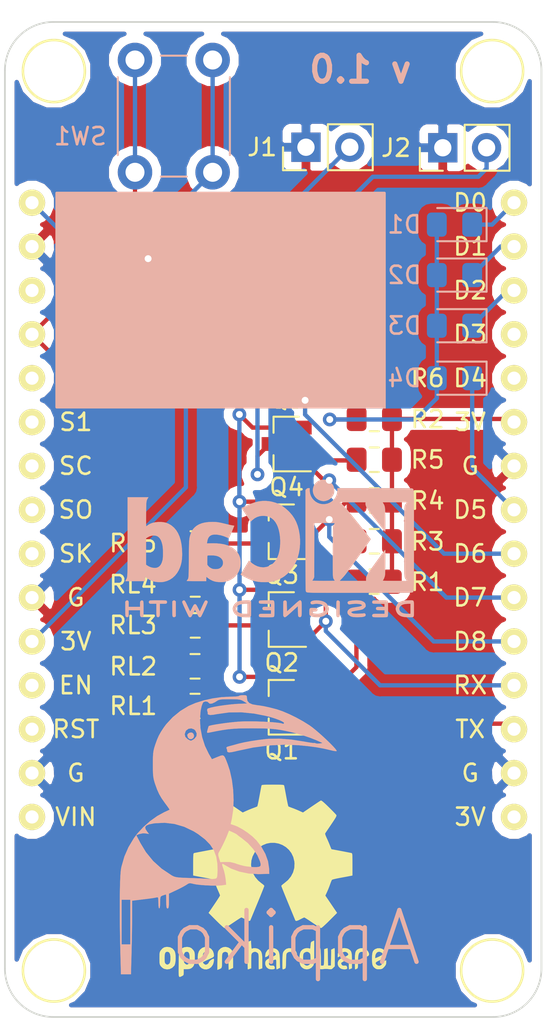
<source format=kicad_pcb>
(kicad_pcb (version 20171130) (host pcbnew "(5.0.2)-1")
  (title_block (title "Measurement of capacity of a battery") (date 2019-06-20) (company Appiko))
  (layers (0 F.Cu signal) (31 B.Cu signal) (34 B.Paste user) (35 F.Paste user) (36 B.SilkS user) (37 F.SilkS user) (38 B.Mask user) (39 F.Mask user) (44 Edge.Cuts user))
  (net 0 "")
  (net 1 /Ctrl1)
  (net 2 /Ctrl2)
  (net 3 /Ctrl3)
  (net 4 /Ctrl4)
  (net 5 "Net-(U1-Pad26)")
  (net 6 "Net-(U1-Pad15)")
  (net 7 GND)
  (net 8 "Net-(U1-Pad13)")
  (net 9 "Net-(U1-Pad12)")
  (net 10 /Vcc)
  (net 11 "Net-(U1-Pad9)")
  (net 12 "Net-(U1-Pad8)")
  (net 13 "Net-(U1-Pad7)")
  (net 14 "Net-(U1-Pad6)")
  (net 15 "Net-(U1-Pad5)")
  (net 16 "Net-(U1-Pad3)")
  (net 17 /Vbat)
  (net 18 "Net-(Q3-Pad3)")
  (net 19 "Net-(Q2-Pad3)")
  (net 20 "Net-(Q1-Pad3)")
  (net 21 "Net-(U1-Pad27)")
  (net 22 /Vin)
  (net 23 "Net-(D1-Pad2)")
  (net 24 /SW)
  (net 25 /En_VD)
  (net 26 /LED2)
  (net 27 /LED1)
  (net 28 /LED3)
  (net 29 /LED4)
  (net 30 "Net-(Q5-Pad3)")
  (net 31 /dut)
  (net 32 "Net-(RL1-Pad2)")
  (net 33 "Net-(R7-Pad2)")
  (module lib_KiCAD:NodeMCU-LoLinV3_without_border (layer F.Cu) (at 28.84 43.18)
    (fp_text reference "" (at 0 0) (layer F.SilkS))
    (fp_text value "NodeMCU1.0(ESP-12E)")
    (fp_text user D0 (at 11.43 -20.32) (layer F.SilkS))
    (fp_text user D1 (at 11.43 -17.78) (layer F.SilkS))
    (fp_text user D2 (at 11.43 -15.24) (layer F.SilkS))
    (fp_text user D3 (at 11.43 -12.7) (layer F.SilkS))
    (fp_text user D4 (at 11.43 -10.16) (layer F.SilkS))
    (fp_text user 3V (at 11.43 -7.62) (layer F.SilkS))
    (fp_text user G (at 11.43 -5.08) (layer F.SilkS))
    (fp_text user D5 (at 11.43 -2.54) (layer F.SilkS))
    (fp_text user D6 (at 11.43 0) (layer F.SilkS))
    (fp_text user D7 (at 11.43 2.54) (layer F.SilkS))
    (fp_text user D8 (at 11.43 5.08) (layer F.SilkS))
    (fp_text user RX (at 11.43 7.62) (layer F.SilkS))
    (fp_text user TX (at 11.43 10.16) (layer F.SilkS))
    (fp_text user G (at 11.43 12.7) (layer F.SilkS))
    (fp_text user 3V (at 11.43 15.24) (layer F.SilkS))
    (fp_text user A0 (at -11.43 -20.32) (layer F.SilkS))
    (fp_text user G (at -11.43 -17.78) (layer F.SilkS))
    (fp_text user VU (at -11.43 -15.24) (layer F.SilkS))
    (fp_text user S3 (at -11.43 -12.7) (layer F.SilkS))
    (fp_text user S2 (at -11.43 -10.16) (layer F.SilkS))
    (fp_text user S1 (at -11.43 -7.62) (layer F.SilkS))
    (fp_text user SC (at -11.43 -5.08) (layer F.SilkS))
    (fp_text user SO (at -11.43 -2.54) (layer F.SilkS))
    (fp_text user SK (at -11.43 0) (layer F.SilkS))
    (fp_text user G (at -11.43 2.54) (layer F.SilkS))
    (fp_text user 3V (at -11.43 5.08) (layer F.SilkS))
    (fp_text user EN (at -11.43 7.62) (layer F.SilkS))
    (fp_text user RST (at -11.43 10.16) (layer F.SilkS))
    (fp_text user G (at -11.43 12.7) (layer F.SilkS))
    (fp_text user VIN (at -11.43 15.24) (layer F.SilkS))
    (pad 30 thru_hole circle (at 13.97 -20.32) (size 1.524 1.524) (drill 0.762) (layers *.Cu *.Mask F.SilkS) (net 27 /LED1))
    (pad 29 thru_hole circle (at 13.97 -17.78) (size 1.524 1.524) (drill 0.762) (layers *.Cu *.Mask F.SilkS) (net 26 /LED2))
    (pad 28 thru_hole circle (at 13.97 -15.24) (size 1.524 1.524) (drill 0.762) (layers *.Cu *.Mask F.SilkS) (net 28 /LED3))
    (pad 27 thru_hole circle (at 13.97 -12.7) (size 1.524 1.524) (drill 0.762) (layers *.Cu *.Mask F.SilkS) (net 21 "Net-(U1-Pad27)"))
    (pad 26 thru_hole circle (at 13.97 -10.16) (size 1.524 1.524) (drill 0.762) (layers *.Cu *.Mask F.SilkS) (net 5 "Net-(U1-Pad26)"))
    (pad 25 thru_hole circle (at 13.97 -7.62) (size 1.524 1.524) (drill 0.762) (layers *.Cu *.Mask F.SilkS) (net 10 /Vcc))
    (pad 24 thru_hole circle (at 13.97 -5.08) (size 1.524 1.524) (drill 0.762) (layers *.Cu *.Mask F.SilkS) (net 7 GND))
    (pad 23 thru_hole circle (at 13.97 -2.54) (size 1.524 1.524) (drill 0.762) (layers *.Cu *.Mask F.SilkS) (net 29 /LED4))
    (pad 22 thru_hole circle (at 13.97 0) (size 1.524 1.524) (drill 0.762) (layers *.Cu *.Mask F.SilkS) (net 25 /En_VD))
    (pad 21 thru_hole circle (at 13.97 2.54) (size 1.524 1.524) (drill 0.762) (layers *.Cu *.Mask F.SilkS) (net 4 /Ctrl4))
    (pad 20 thru_hole circle (at 13.97 5.08) (size 1.524 1.524) (drill 0.762) (layers *.Cu *.Mask F.SilkS) (net 3 /Ctrl3))
    (pad 19 thru_hole circle (at 13.97 7.62) (size 1.524 1.524) (drill 0.762) (layers *.Cu *.Mask F.SilkS) (net 2 /Ctrl2))
    (pad 18 thru_hole circle (at 13.97 10.16) (size 1.524 1.524) (drill 0.762) (layers *.Cu *.Mask F.SilkS) (net 1 /Ctrl1))
    (pad 17 thru_hole circle (at 13.97 12.7) (size 1.524 1.524) (drill 0.762) (layers *.Cu *.Mask F.SilkS) (net 7 GND))
    (pad 16 thru_hole circle (at 13.97 15.24) (size 1.524 1.524) (drill 0.762) (layers *.Cu *.Mask F.SilkS) (net 10 /Vcc))
    (pad 15 thru_hole circle (at -13.97 15.24) (size 1.524 1.524) (drill 0.762) (layers *.Cu *.Mask F.SilkS) (net 6 "Net-(U1-Pad15)"))
    (pad 14 thru_hole circle (at -13.97 12.7) (size 1.524 1.524) (drill 0.762) (layers *.Cu *.Mask F.SilkS) (net 7 GND))
    (pad 13 thru_hole circle (at -13.97 10.16) (size 1.524 1.524) (drill 0.762) (layers *.Cu *.Mask F.SilkS) (net 8 "Net-(U1-Pad13)"))
    (pad 12 thru_hole circle (at -13.97 7.62) (size 1.524 1.524) (drill 0.762) (layers *.Cu *.Mask F.SilkS) (net 9 "Net-(U1-Pad12)"))
    (pad 11 thru_hole circle (at -13.97 5.08) (size 1.524 1.524) (drill 0.762) (layers *.Cu *.Mask F.SilkS) (net 10 /Vcc))
    (pad 10 thru_hole circle (at -13.97 2.54) (size 1.524 1.524) (drill 0.762) (layers *.Cu *.Mask F.SilkS) (net 7 GND))
    (pad 9 thru_hole circle (at -13.97 0) (size 1.524 1.524) (drill 0.762) (layers *.Cu *.Mask F.SilkS) (net 11 "Net-(U1-Pad9)"))
    (pad 8 thru_hole circle (at -13.97 -2.54) (size 1.524 1.524) (drill 0.762) (layers *.Cu *.Mask F.SilkS) (net 12 "Net-(U1-Pad8)"))
    (pad 7 thru_hole circle (at -13.97 -5.08) (size 1.524 1.524) (drill 0.762) (layers *.Cu *.Mask F.SilkS) (net 13 "Net-(U1-Pad7)"))
    (pad 6 thru_hole circle (at -13.97 -7.62) (size 1.524 1.524) (drill 0.762) (layers *.Cu *.Mask F.SilkS) (net 14 "Net-(U1-Pad6)"))
    (pad 5 thru_hole circle (at -13.97 -10.16) (size 1.524 1.524) (drill 0.762) (layers *.Cu *.Mask F.SilkS) (net 15 "Net-(U1-Pad5)"))
    (pad 4 thru_hole circle (at -13.97 -12.7) (size 1.524 1.524) (drill 0.762) (layers *.Cu *.Mask F.SilkS) (net 24 /SW))
    (pad 3 thru_hole circle (at -13.97 -15.24) (size 1.524 1.524) (drill 0.762) (layers *.Cu *.Mask F.SilkS) (net 16 "Net-(U1-Pad3)"))
    (pad 2 thru_hole circle (at -13.97 -17.78) (size 1.524 1.524) (drill 0.762) (layers *.Cu *.Mask F.SilkS) (net 7 GND))
    (pad 1 thru_hole circle (at -13.97 -20.32) (size 1.524 1.524) (drill 0.762) (layers *.Cu *.Mask F.SilkS) (net 22 /Vin))
  )
  (module MountingHole:MountingHole_3.2mm_M3_ISO7380 (layer F.Cu) (at 16.14 15.24)
    (fp_text reference "" (at 0 -3.85) (layer F.SilkS))
    (fp_text value MountingHole)
    (pad 1 np_thru_hole circle (at 0 0) (size 3.2 3.2) (drill 3.2) (layers *.Cu *.Mask))
  )
  (module MountingHole:MountingHole_3.2mm_M3_ISO7380 (layer F.Cu) (at 41.54 15.24)
    (fp_text reference "" (at 0 -3.85) (layer F.SilkS))
    (fp_text value MountingHole)
    (pad 1 np_thru_hole circle (at 0 0) (size 3.2 3.2) (drill 3.2) (layers *.Cu *.Mask))
  )
  (module MountingHole:MountingHole_3.2mm_M3_ISO7380 (layer F.Cu) (at 16.14 67.31)
    (fp_text reference "" (at 0 -3.85) (layer F.SilkS))
    (fp_text value MountingHole)
    (pad 1 np_thru_hole circle (at 0 0) (size 3.2 3.2) (drill 3.2) (layers *.Cu *.Mask))
  )
  (module MountingHole:MountingHole_3.2mm_M3_ISO7380 (layer F.Cu) (at 41.54 67.31)
    (fp_text reference "" (at 0 -3.85) (layer F.SilkS))
    (fp_text value MountingHole)
    (pad 1 np_thru_hole circle (at 0 0) (size 3.2 3.2) (drill 3.2) (layers *.Cu *.Mask))
  )
  (module Package_TO_SOT_SMD:SOT-23 (layer F.Cu) (at 29.63 31.76 180)
    (fp_text reference Q5 (at 0 -2.5 180) (layer F.SilkS))
    (fp_text value SI2302)
    (pad 3 smd rect (at 1 0 180) (size 0.9 0.8) (layers F.Cu F.Paste F.Mask) (net 30 "Net-(Q5-Pad3)"))
    (pad 2 smd rect (at -1 0.95 180) (size 0.9 0.8) (layers F.Cu F.Paste F.Mask) (net 7 GND))
    (pad 1 smd rect (at -1 -0.95 180) (size 0.9 0.8) (layers F.Cu F.Paste F.Mask) (net 25 /En_VD))
  )
  (module lib_KiCAD:LOGO (layer B.Cu) (at 26.26 59.45 180)
    (fp_text reference "" hide)
    (fp_text value "" hide)
    (fp_text user Appiko (at -3.9 -5.98 180) (layer B.SilkS) (effects (font (size 3 3) (thickness 0.25)) (justify mirror)))
  )
  (module Symbol:KiCad-Logo2_8mm_SilkScreen (layer B.Cu) (at 28.65 42.86 180)
    (fp_text reference "" hide)
    (fp_text value KiCad-Logo2_8mm_SilkScreen hide)
  )
  (module Symbol:OSHW-Logo2_14.6x12mm_SilkScreen (layer F.Cu) (at 28.829 62.103)
    (fp_text reference "" hide)
    (fp_text value OSHW-Logo2_14.6x12mm_SilkScreen hide)
  )
  (module lib_fp:LED_0805_2012Metric_Pad1.15x1.40mm_HandSolder (layer B.Cu) (at 39.36 24.13 180)
    (fp_text reference D1 (at 2.909934 0.000833 180) (layer B.SilkS) (effects (justify mirror)))
    (fp_text value LED)
    (pad 1 smd roundrect (at -1.025 0 180) (size 1.15 1.4) (layers B.Cu B.Paste B.Mask) (roundrect_rratio 0.217391) (net 27 /LED1))
    (pad 2 smd roundrect (at 1.025 0 180) (size 1.15 1.4) (layers B.Cu B.Paste B.Mask) (roundrect_rratio 0.217391) (net 23 "Net-(D1-Pad2)"))
  )
  (module lib_fp:LED_0805_2012Metric_Pad1.15x1.40mm_HandSolder (layer B.Cu) (at 39.36 27.051 180)
    (fp_text reference D2 (at 2.9 0 180) (layer B.SilkS) (effects (justify mirror)))
    (fp_text value LED)
    (pad 2 smd roundrect (at 1.025 0 180) (size 1.15 1.4) (layers B.Cu B.Paste B.Mask) (roundrect_rratio 0.217391) (net 23 "Net-(D1-Pad2)"))
    (pad 1 smd roundrect (at -1.025 0 180) (size 1.15 1.4) (layers B.Cu B.Paste B.Mask) (roundrect_rratio 0.217391) (net 26 /LED2))
  )
  (module lib_fp:LED_0805_2012Metric_Pad1.15x1.40mm_HandSolder (layer B.Cu) (at 39.36 29.982 180)
    (fp_text reference D3 (at 2.9 0 180) (layer B.SilkS) (effects (justify mirror)))
    (fp_text value LED)
    (pad 1 smd roundrect (at -1.025 0 180) (size 1.15 1.4) (layers B.Cu B.Paste B.Mask) (roundrect_rratio 0.217391) (net 28 /LED3))
    (pad 2 smd roundrect (at 1.025 0 180) (size 1.15 1.4) (layers B.Cu B.Paste B.Mask) (roundrect_rratio 0.217391) (net 23 "Net-(D1-Pad2)"))
  )
  (module lib_fp:LED_0805_2012Metric_Pad1.15x1.40mm_HandSolder (layer B.Cu) (at 39.36 33.02 180)
    (fp_text reference D4 (at 2.9 0 180) (layer B.SilkS) (effects (justify mirror)))
    (fp_text value LED)
    (pad 2 smd roundrect (at 1.025 0 180) (size 1.15 1.4) (layers B.Cu B.Paste B.Mask) (roundrect_rratio 0.217391) (net 23 "Net-(D1-Pad2)"))
    (pad 1 smd roundrect (at -1.025 0 180) (size 1.15 1.4) (layers B.Cu B.Paste B.Mask) (roundrect_rratio 0.217391) (net 29 /LED4))
  )
  (module lib_fp:PinHeader_1x02_P2.54mm_Vertical (layer F.Cu) (at 30.75 19.65 90)
    (fp_text reference J1 (at 0 -2.54 -180) (layer F.SilkS))
    (fp_text value BATTERY)
    (pad 2 thru_hole oval (at 0 2.54 90) (size 1.7 1.7) (drill 1) (layers *.Cu *.Mask) (net 17 /Vbat))
    (pad 1 thru_hole rect (at 0 0 90) (size 1.7 1.7) (drill 1) (layers *.Cu *.Mask) (net 7 GND))
  )
  (module lib_fp:PinHeader_1x02_P2.54mm_Vertical (layer F.Cu) (at 38.68 19.68 90)
    (fp_text reference J2 (at -0.01 -2.71 -180) (layer F.SilkS))
    (fp_text value DUT)
    (pad 1 thru_hole rect (at 0 0 90) (size 1.7 1.7) (drill 1) (layers *.Cu *.Mask) (net 7 GND))
    (pad 2 thru_hole oval (at 0 2.54 90) (size 1.7 1.7) (drill 1) (layers *.Cu *.Mask) (net 31 /dut))
  )
  (module lib_fp:SOT-23 (layer F.Cu) (at 29.35 52.07 180)
    (fp_text reference Q1 (at 0 -2.5 180) (layer F.SilkS))
    (fp_text value IRLML6401TRPBF)
    (pad 1 smd rect (at -1 -0.95 180) (size 0.9 0.8) (layers F.Cu F.Paste F.Mask) (net 1 /Ctrl1))
    (pad 2 smd rect (at -1 0.95 180) (size 0.9 0.8) (layers F.Cu F.Paste F.Mask) (net 17 /Vbat))
    (pad 3 smd rect (at 1 0 180) (size 0.9 0.8) (layers F.Cu F.Paste F.Mask) (net 20 "Net-(Q1-Pad3)"))
  )
  (module lib_fp:SOT-23 (layer F.Cu) (at 29.35 46.99 180)
    (fp_text reference Q2 (at 0 -2.5 180) (layer F.SilkS))
    (fp_text value IRLML6401TRPBF)
    (pad 3 smd rect (at 1 0 180) (size 0.9 0.8) (layers F.Cu F.Paste F.Mask) (net 19 "Net-(Q2-Pad3)"))
    (pad 2 smd rect (at -1 0.95 180) (size 0.9 0.8) (layers F.Cu F.Paste F.Mask) (net 17 /Vbat))
    (pad 1 smd rect (at -1 -0.95 180) (size 0.9 0.8) (layers F.Cu F.Paste F.Mask) (net 2 /Ctrl2))
  )
  (module lib_fp:SOT-23 (layer F.Cu) (at 29.35 41.91 180)
    (fp_text reference Q3 (at 0 -2.5 180) (layer F.SilkS))
    (fp_text value IRLML6401TRPBF)
    (pad 1 smd rect (at -1 -0.95 180) (size 0.9 0.8) (layers F.Cu F.Paste F.Mask) (net 3 /Ctrl3))
    (pad 2 smd rect (at -1 0.95 180) (size 0.9 0.8) (layers F.Cu F.Paste F.Mask) (net 17 /Vbat))
    (pad 3 smd rect (at 1 0 180) (size 0.9 0.8) (layers F.Cu F.Paste F.Mask) (net 18 "Net-(Q3-Pad3)"))
  )
  (module lib_fp:SOT-23 (layer F.Cu) (at 29.63 36.83 180)
    (fp_text reference Q4 (at 0 -2.5 180) (layer F.SilkS))
    (fp_text value IRLML6401TRPBF)
    (pad 3 smd rect (at 1 0 180) (size 0.9 0.8) (layers F.Cu F.Paste F.Mask) (net 31 /dut))
    (pad 2 smd rect (at -1 0.95 180) (size 0.9 0.8) (layers F.Cu F.Paste F.Mask) (net 17 /Vbat))
    (pad 1 smd rect (at -1 -0.95 180) (size 0.9 0.8) (layers F.Cu F.Paste F.Mask) (net 4 /Ctrl4))
  )
  (module lib_fp:R_0805_2012Metric_Pad1.15x1.40mm_HandSolder (layer F.Cu) (at 34.7 44.8 180)
    (fp_text reference R1 (at -3.09 -0.02) (layer F.SilkS))
    (fp_text value 100k)
    (pad 2 smd roundrect (at 1.025 0 180) (size 1.15 1.4) (layers F.Cu F.Paste F.Mask) (roundrect_rratio 0.217) (net 1 /Ctrl1))
    (pad 1 smd roundrect (at -1.025 0 180) (size 1.15 1.4) (layers F.Cu F.Paste F.Mask) (roundrect_rratio 0.217) (net 10 /Vcc))
  )
  (module lib_fp:R_0805_2012Metric_Pad1.15x1.40mm_HandSolder (layer F.Cu) (at 34.71 35.38 180)
    (fp_text reference R2 (at -3.09 -0.02) (layer F.SilkS))
    (fp_text value 560)
    (pad 2 smd roundrect (at 1.025 0 180) (size 1.15 1.4) (layers F.Cu F.Paste F.Mask) (roundrect_rratio 0.217) (net 23 "Net-(D1-Pad2)"))
    (pad 1 smd roundrect (at -1.025 0 180) (size 1.15 1.4) (layers F.Cu F.Paste F.Mask) (roundrect_rratio 0.217) (net 10 /Vcc))
  )
  (module lib_fp:R_0805_2012Metric_Pad1.15x1.40mm_HandSolder (layer F.Cu) (at 34.71 42.46 180)
    (fp_text reference R3 (at -3.09 -0.02) (layer F.SilkS))
    (fp_text value 100k)
    (pad 1 smd roundrect (at -1.025 0 180) (size 1.15 1.4) (layers F.Cu F.Paste F.Mask) (roundrect_rratio 0.217) (net 10 /Vcc))
    (pad 2 smd roundrect (at 1.025 0 180) (size 1.15 1.4) (layers F.Cu F.Paste F.Mask) (roundrect_rratio 0.217) (net 2 /Ctrl2))
  )
  (module lib_fp:R_0805_2012Metric_Pad1.15x1.40mm_HandSolder (layer F.Cu) (at 34.71 40.1 180)
    (fp_text reference R4 (at -3.09 -0.02) (layer F.SilkS))
    (fp_text value 100k)
    (pad 2 smd roundrect (at 1.025 0 180) (size 1.15 1.4) (layers F.Cu F.Paste F.Mask) (roundrect_rratio 0.217) (net 3 /Ctrl3))
    (pad 1 smd roundrect (at -1.025 0 180) (size 1.15 1.4) (layers F.Cu F.Paste F.Mask) (roundrect_rratio 0.217) (net 10 /Vcc))
  )
  (module lib_fp:R_0805_2012Metric_Pad1.15x1.40mm_HandSolder (layer F.Cu) (at 34.71 37.74 180)
    (fp_text reference R5 (at -3.09 0) (layer F.SilkS))
    (fp_text value 100k)
    (pad 1 smd roundrect (at -1.025 0 180) (size 1.15 1.4) (layers F.Cu F.Paste F.Mask) (roundrect_rratio 0.217) (net 10 /Vcc))
    (pad 2 smd roundrect (at 1.025 0 180) (size 1.15 1.4) (layers F.Cu F.Paste F.Mask) (roundrect_rratio 0.217) (net 4 /Ctrl4))
  )
  (module lib_fp:R_0805_2012Metric_Pad1.15x1.40mm_HandSolder (layer F.Cu) (at 34.71 33.02 180)
    (fp_text reference R6 (at -3.09 0 180) (layer F.SilkS))
    (fp_text value 10k)
    (pad 1 smd roundrect (at -1.025 0 180) (size 1.15 1.4) (layers F.Cu F.Paste F.Mask) (roundrect_rratio 0.217) (net 7 GND))
    (pad 2 smd roundrect (at 1.025 0 180) (size 1.15 1.4) (layers F.Cu F.Paste F.Mask) (roundrect_rratio 0.217) (net 25 /En_VD))
  )
  (module lib_fp:R_0603_1608Metric_Pad1.05x0.95mm_HandSolder (layer F.Cu) (at 23.92 31.18 180)
    (fp_text reference R7 (at 2.83 0 180) (layer F.SilkS))
    (fp_text value 30k)
    (pad 1 smd roundrect (at -0.875 0 180) (size 1.05 0.95) (layers F.Cu F.Paste F.Mask) (net 17 /Vbat))
    (pad 2 smd roundrect (at 0.875 0 180) (size 1.05 0.95) (layers F.Cu F.Paste F.Mask) (net 33 "Net-(R7-Pad2)"))
  )
  (module lib_fp:R_0603_1608Metric_Pad1.05x0.95mm_HandSolder (layer F.Cu) (at 23.92 29.28 180)
    (fp_text reference R8 (at 2.77 0.01 180) (layer F.SilkS))
    (fp_text value 30k)
    (pad 1 smd roundrect (at -0.875 0 180) (size 1.05 0.95) (layers F.Cu F.Paste F.Mask) (net 33 "Net-(R7-Pad2)"))
    (pad 2 smd roundrect (at 0.875 0 180) (size 1.05 0.95) (layers F.Cu F.Paste F.Mask) (net 22 /Vin))
  )
  (module lib_fp:R_0603_1608Metric_Pad1.05x0.95mm_HandSolder (layer F.Cu) (at 23.92 27.39)
    (fp_text reference R9 (at -2.78 0.01) (layer F.SilkS))
    (fp_text value 30k)
    (pad 2 smd roundrect (at 0.875 0) (size 1.05 0.95) (layers F.Cu F.Paste F.Mask) (net 30 "Net-(Q5-Pad3)"))
    (pad 1 smd roundrect (at -0.875 0) (size 1.05 0.95) (layers F.Cu F.Paste F.Mask) (net 22 /Vin))
  )
  (module lib_fp:R_0805_2012Metric_Pad1.15x1.40mm_HandSolder (layer F.Cu) (at 23.91 33.34)
    (fp_text reference R10 (at -3.46 0.02) (layer F.SilkS))
    (fp_text value 1k)
    (pad 2 smd roundrect (at 1.025 0) (size 1.15 1.4) (layers F.Cu F.Paste F.Mask) (roundrect_rratio 0.217) (net 7 GND))
    (pad 1 smd roundrect (at -1.025 0) (size 1.15 1.4) (layers F.Cu F.Paste F.Mask) (roundrect_rratio 0.217) (net 24 /SW))
  )
  (module lib_fp:R_0805_2012Metric_Pad1.15x1.40mm_HandSolder (layer F.Cu) (at 24.32 52 180)
    (fp_text reference RL1 (at 3.58 0 180) (layer F.SilkS))
    (fp_text value 232)
    (pad 1 smd roundrect (at -1.025 0 180) (size 1.15 1.4) (layers F.Cu F.Paste F.Mask) (roundrect_rratio 0.217) (net 20 "Net-(Q1-Pad3)"))
    (pad 2 smd roundrect (at 1.025 0 180) (size 1.15 1.4) (layers F.Cu F.Paste F.Mask) (roundrect_rratio 0.217) (net 32 "Net-(RL1-Pad2)"))
  )
  (module lib_fp:R_0805_2012Metric_Pad1.15x1.40mm_HandSolder (layer F.Cu) (at 24.32 49.7 180)
    (fp_text reference RL2 (at 3.58 -0.01 180) (layer F.SilkS))
    (fp_text value 232)
    (pad 1 smd roundrect (at -1.025 0 180) (size 1.15 1.4) (layers F.Cu F.Paste F.Mask) (roundrect_rratio 0.217) (net 32 "Net-(RL1-Pad2)"))
    (pad 2 smd roundrect (at 1.025 0 180) (size 1.15 1.4) (layers F.Cu F.Paste F.Mask) (roundrect_rratio 0.217) (net 7 GND))
  )
  (module lib_fp:R_0805_2012Metric_Pad1.15x1.40mm_HandSolder (layer F.Cu) (at 24.33 47.33 180)
    (fp_text reference RL3 (at 3.6 0.01 180) (layer F.SilkS))
    (fp_text value 232)
    (pad 2 smd roundrect (at 1.025 0 180) (size 1.15 1.4) (layers F.Cu F.Paste F.Mask) (roundrect_rratio 0.217) (net 7 GND))
    (pad 1 smd roundrect (at -1.025 0 180) (size 1.15 1.4) (layers F.Cu F.Paste F.Mask) (roundrect_rratio 0.217) (net 19 "Net-(Q2-Pad3)"))
  )
  (module lib_fp:R_0805_2012Metric_Pad1.15x1.40mm_HandSolder (layer F.Cu) (at 24.33 44.96 180)
    (fp_text reference RL4 (at 3.61 0 180) (layer F.SilkS))
    (fp_text value 232)
    (pad 2 smd roundrect (at 1.025 0 180) (size 1.15 1.4) (layers F.Cu F.Paste F.Mask) (roundrect_rratio 0.217) (net 7 GND))
    (pad 1 smd roundrect (at -1.025 0 180) (size 1.15 1.4) (layers F.Cu F.Paste F.Mask) (roundrect_rratio 0.217) (net 18 "Net-(Q3-Pad3)"))
  )
  (module lib_fp:R_0805_2012Metric_Pad1.15x1.40mm_HandSolder (layer F.Cu) (at 24.32 42.59 180)
    (fp_text reference RL5 (at 3.59 0.01 180) (layer F.SilkS))
    (fp_text value 232)
    (pad 1 smd roundrect (at -1.025 0 180) (size 1.15 1.4) (layers F.Cu F.Paste F.Mask) (roundrect_rratio 0.217) (net 18 "Net-(Q3-Pad3)"))
    (pad 2 smd roundrect (at 1.025 0 180) (size 1.15 1.4) (layers F.Cu F.Paste F.Mask) (roundrect_rratio 0.217) (net 7 GND))
  )
  (module lib_fp:SW_PUSH_6mm (layer B.Cu) (at 25.34 21.1 90)
    (fp_text reference SW1 (at 2.08 -7.67 180) (layer B.SilkS) (effects (justify mirror)))
    (fp_text value SW_Push)
    (pad 1 thru_hole circle (at 6.5 0) (size 2 2) (drill 1.1) (layers *.Cu *.Mask) (net 10 /Vcc))
    (pad 2 thru_hole circle (at 6.5 -4.5) (size 2 2) (drill 1.1) (layers *.Cu *.Mask) (net 24 /SW))
    (pad 1 thru_hole circle (at 0 0) (size 2 2) (drill 1.1) (layers *.Cu *.Mask) (net 10 /Vcc))
    (pad 2 thru_hole circle (at 0 -4.5) (size 2 2) (drill 1.1) (layers *.Cu *.Mask) (net 24 /SW))
  )
  (gr_text "v 1.0" (at 33.9 15.15) (layer B.SilkS) (effects (font (size 1.5 1.5) (thickness 0.3)) (justify mirror)))
  (gr_poly (pts (xy 16.3 22.3) (xy 35.3 22.3) (xy 35.3 34.7) (xy 16.3 34.7)) (layer B.SilkS) (width 0.15))
  (gr_arc (start 16.1 67.2) (end 13.3 67.2) (angle -90) (layer Edge.Cuts) (width 0.1))
  (gr_arc (start 41.6 67.2) (end 41.6 70) (angle -87.95459151) (layer Edge.Cuts) (width 0.1))
  (gr_arc (start 41.6 15.2) (end 44.4 15.2) (angle -90) (layer Edge.Cuts) (width 0.1))
  (gr_arc (start 16.1 15.2) (end 16.1 12.4) (angle -90) (layer Edge.Cuts) (width 0.1))
  (gr_line (start 13.3 67.2) (end 13.3 15.2) (layer Edge.Cuts) (width 0.1))
  (gr_line (start 41.6 70) (end 16.1 70) (layer Edge.Cuts) (width 0.1))
  (gr_line (start 44.4 15.2) (end 44.4 67.3) (layer Edge.Cuts) (width 0.1))
  (gr_line (start 16.1 12.4) (end 41.6 12.4) (layer Edge.Cuts) (width 0.1))
  (segment (start 42.49 53.02) (end 42.81 53.34) (width 0.25) (layer F.Cu) (net 1))
  (segment (start 30.35 53.02) (end 42.49 53.02) (width 0.25) (layer F.Cu) (net 1))
  (segment (start 30.4 53.02) (end 30.35 53.02) (width 0.25) (layer F.Cu) (net 1))
  (segment (start 33.675 49.745) (end 30.4 53.02) (width 0.25) (layer F.Cu) (net 1))
  (segment (start 33.675 44.8) (end 33.675 49.745) (width 0.25) (layer F.Cu) (net 1))
  (segment (start 31.05 47.94) (end 31.9 47.09) (width 0.25) (layer F.Cu) (net 2))
  (segment (start 30.35 47.94) (end 31.05 47.94) (width 0.25) (layer F.Cu) (net 2))
  (segment (start 31.9 44.245) (end 33.685 42.46) (width 0.25) (layer F.Cu) (net 2))
  (segment (start 31.9 47.09) (end 31.9 44.245) (width 0.25) (layer F.Cu) (net 2))
  (segment (start 31.9 47.09) (end 31.9 47.09) (width 0.25) (layer F.Cu) (net 2))
  (via (at 31.9 47.09) (size 0.8) (drill 0.4) (layers F.Cu B.Cu) (net 2))
  (segment (start 41.73237 50.8) (end 42.81 50.8) (width 0.25) (layer B.Cu) (net 2))
  (segment (start 35.044315 50.8) (end 41.73237 50.8) (width 0.25) (layer B.Cu) (net 2))
  (segment (start 31.9 47.655685) (end 35.044315 50.8) (width 0.25) (layer B.Cu) (net 2))
  (segment (start 31.9 47.09) (end 31.9 47.655685) (width 0.25) (layer B.Cu) (net 2))
  (via (at 32.1 41.2) (size 0.8) (drill 0.4) (layers F.Cu B.Cu) (net 3))
  (segment (start 33.16 40.1) (end 33.685 40.1) (width 0.25) (layer F.Cu) (net 3))
  (segment (start 30.4 42.86) (end 33.16 40.1) (width 0.25) (layer F.Cu) (net 3))
  (segment (start 30.35 42.86) (end 30.4 42.86) (width 0.25) (layer F.Cu) (net 3))
  (segment (start 41.73237 48.26) (end 42.81 48.26) (width 0.25) (layer B.Cu) (net 3))
  (segment (start 38.154315 48.26) (end 41.73237 48.26) (width 0.25) (layer B.Cu) (net 3))
  (segment (start 32.1 42.205685) (end 38.154315 48.26) (width 0.25) (layer B.Cu) (net 3))
  (segment (start 32.1 41.2) (end 32.1 42.205685) (width 0.25) (layer B.Cu) (net 3))
  (via (at 32.1 38.93) (size 0.8) (drill 0.4) (layers F.Cu B.Cu) (net 4))
  (segment (start 33.645 37.78) (end 33.685 37.74) (width 0.25) (layer F.Cu) (net 4))
  (segment (start 30.63 37.78) (end 33.645 37.78) (width 0.25) (layer F.Cu) (net 4))
  (segment (start 31.79 38.93) (end 31.78 38.93) (width 0.25) (layer F.Cu) (net 4))
  (segment (start 38.89 45.72) (end 42.81 45.72) (width 0.25) (layer B.Cu) (net 4))
  (segment (start 32.1 38.93) (end 38.89 45.72) (width 0.25) (layer B.Cu) (net 4))
  (segment (start 31.78 38.93) (end 30.63 37.78) (width 0.25) (layer F.Cu) (net 4))
  (segment (start 32.1 38.93) (end 31.78 38.93) (width 0.25) (layer F.Cu) (net 4))
  (segment (start 35.735 35.38) (end 35.735 37.74) (width 0.25) (layer F.Cu) (net 10))
  (segment (start 35.735 37.74) (end 35.735 40.1) (width 0.25) (layer F.Cu) (net 10))
  (segment (start 35.735 40.1) (end 35.735 42.46) (width 0.25) (layer F.Cu) (net 10))
  (segment (start 35.735 44.79) (end 35.725 44.8) (width 0.25) (layer F.Cu) (net 10))
  (segment (start 35.735 42.46) (end 35.735 44.79) (width 0.25) (layer F.Cu) (net 10))
  (segment (start 42.63 35.38) (end 42.81 35.56) (width 0.25) (layer F.Cu) (net 10))
  (segment (start 35.735 35.38) (end 42.63 35.38) (width 0.25) (layer F.Cu) (net 10))
  (segment (start 25.34 14.6) (end 25.34 21.1) (width 0.25) (layer B.Cu) (net 10))
  (segment (start 14.87 48.26) (end 23.79 39.34) (width 0.25) (layer B.Cu) (net 10))
  (segment (start 23.79 22.65) (end 25.34 21.1) (width 0.25) (layer B.Cu) (net 10))
  (segment (start 23.79 39.34) (end 23.79 22.65) (width 0.25) (layer B.Cu) (net 10))
  (via (at 26.9 40.17) (size 0.8) (drill 0.4) (layers F.Cu B.Cu) (net 17))
  (via (at 26.9 45.27) (size 0.8) (drill 0.4) (layers F.Cu B.Cu) (net 17))
  (via (at 26.9 50.31) (size 0.8) (drill 0.4) (layers F.Cu B.Cu) (net 17))
  (segment (start 29.28 35.88) (end 30.63 35.88) (width 0.25) (layer F.Cu) (net 17))
  (segment (start 29.53 45.27) (end 26.9 45.27) (width 0.25) (layer F.Cu) (net 17))
  (segment (start 30.35 46.04) (end 30.3 46.04) (width 0.25) (layer F.Cu) (net 17))
  (segment (start 30.3 46.04) (end 29.53 45.27) (width 0.25) (layer F.Cu) (net 17))
  (segment (start 30.3 40.96) (end 29.51 40.17) (width 0.25) (layer F.Cu) (net 17))
  (segment (start 30.35 40.96) (end 30.3 40.96) (width 0.25) (layer F.Cu) (net 17))
  (segment (start 29.51 40.17) (end 26.9 40.17) (width 0.25) (layer F.Cu) (net 17))
  (segment (start 27.65 35.88) (end 29.28 35.88) (width 0.25) (layer F.Cu) (net 17))
  (segment (start 26.89 35.12) (end 27.65 35.88) (width 0.25) (layer F.Cu) (net 17))
  (segment (start 30.3 51.12) (end 29.49 50.31) (width 0.25) (layer F.Cu) (net 17))
  (segment (start 30.35 51.12) (end 30.3 51.12) (width 0.25) (layer F.Cu) (net 17))
  (segment (start 29.49 50.31) (end 26.9 50.31) (width 0.25) (layer F.Cu) (net 17))
  (segment (start 26.89 40.16) (end 26.9 40.17) (width 0.25) (layer B.Cu) (net 17))
  (segment (start 26.89 35.12) (end 26.89 40.16) (width 0.25) (layer B.Cu) (net 17))
  (segment (start 26.9 40.735685) (end 26.9 45.27) (width 0.25) (layer B.Cu) (net 17))
  (segment (start 26.9 40.17) (end 26.9 40.735685) (width 0.25) (layer B.Cu) (net 17))
  (segment (start 26.9 45.835685) (end 26.9 50.31) (width 0.25) (layer B.Cu) (net 17))
  (segment (start 26.9 45.27) (end 26.9 45.835685) (width 0.25) (layer B.Cu) (net 17))
  (segment (start 26.89 26.05) (end 33.29 19.65) (width 0.25) (layer B.Cu) (net 17))
  (segment (start 26.89 35.12) (end 26.89 26.05) (width 0.25) (layer B.Cu) (net 17))
  (segment (start 26.89 34.554315) (end 26.89 35.12) (width 0.25) (layer F.Cu) (net 17))
  (segment (start 25.42 31.21) (end 26.89 32.68) (width 0.25) (layer F.Cu) (net 17))
  (segment (start 26.89 32.68) (end 26.89 34.554315) (width 0.25) (layer F.Cu) (net 17))
  (via (at 26.89 35.12) (size 0.8) (drill 0.4) (layers F.Cu B.Cu) (net 17))
  (segment (start 24.795 31.21) (end 25.42 31.21) (width 0.25) (layer F.Cu) (net 17))
  (segment (start 25.345 44.95) (end 25.355 44.96) (width 0.25) (layer F.Cu) (net 18))
  (segment (start 25.345 42.59) (end 25.345 44.95) (width 0.25) (layer F.Cu) (net 18))
  (segment (start 28.3 41.91) (end 28.35 41.91) (width 0.25) (layer F.Cu) (net 18))
  (segment (start 27.62 42.59) (end 28.3 41.91) (width 0.25) (layer F.Cu) (net 18))
  (segment (start 25.345 42.59) (end 27.62 42.59) (width 0.25) (layer F.Cu) (net 18))
  (segment (start 28.01 47.33) (end 28.35 46.99) (width 0.25) (layer F.Cu) (net 19))
  (segment (start 25.565 47.33) (end 28.01 47.33) (width 0.25) (layer F.Cu) (net 19))
  (segment (start 28.28 52) (end 28.35 52.07) (width 0.25) (layer F.Cu) (net 20))
  (segment (start 25.555 52) (end 28.28 52) (width 0.25) (layer F.Cu) (net 20))
  (segment (start 18.11 26.1) (end 14.87 22.86) (width 0.25) (layer B.Cu) (net 22))
  (segment (start 21.6 26.1) (end 18.11 26.1) (width 0.25) (layer B.Cu) (net 22))
  (via (at 21.6 26.1) (size 0.8) (drill 0.4) (layers F.Cu B.Cu) (net 22))
  (segment (start 22.89 27.39) (end 21.6 26.1) (width 0.25) (layer F.Cu) (net 22))
  (segment (start 23.045 27.39) (end 22.89 27.39) (width 0.25) (layer F.Cu) (net 22))
  (segment (start 23.045 27.39) (end 23.045 29.28) (width 0.25) (layer F.Cu) (net 22))
  (via (at 32.13 35.41) (size 0.8) (drill 0.4) (layers F.Cu B.Cu) (net 23))
  (segment (start 38.335 30.51) (end 38.335 29.71) (width 0.25) (layer B.Cu) (net 23))
  (segment (start 32.13 35.41) (end 33.655 35.41) (width 0.25) (layer F.Cu) (net 23))
  (segment (start 33.655 35.41) (end 33.685 35.38) (width 0.25) (layer F.Cu) (net 23))
  (segment (start 32.13 35.41) (end 33.435 35.41) (width 0.25) (layer B.Cu) (net 23))
  (segment (start 38.335 33.02) (end 38.335 34.182) (width 0.25) (layer B.Cu) (net 23))
  (segment (start 37.107 35.41) (end 33.435 35.41) (width 0.25) (layer B.Cu) (net 23))
  (segment (start 38.335 34.182) (end 37.107 35.41) (width 0.25) (layer B.Cu) (net 23))
  (segment (start 38.335 33.02) (end 38.335 29.982) (width 0.25) (layer B.Cu) (net 23))
  (segment (start 38.335 29.182) (end 38.335 27.051) (width 0.25) (layer B.Cu) (net 23))
  (segment (start 38.335 29.982) (end 38.335 29.182) (width 0.25) (layer B.Cu) (net 23))
  (segment (start 38.335 27.051) (end 38.335 24.13) (width 0.25) (layer B.Cu) (net 23))
  (segment (start 14.87 30.48) (end 17.75 33.36) (width 0.25) (layer F.Cu) (net 24))
  (segment (start 22.905 33.36) (end 17.75 33.36) (width 0.25) (layer F.Cu) (net 24))
  (segment (start 20.84 24.51) (end 14.87 30.48) (width 0.25) (layer F.Cu) (net 24))
  (segment (start 20.84 21.1) (end 20.84 24.51) (width 0.25) (layer F.Cu) (net 24))
  (segment (start 20.84 14.6) (end 20.84 21.1) (width 0.25) (layer B.Cu) (net 24))
  (segment (start 41.73237 43.18) (end 42.81 43.18) (width 0.25) (layer B.Cu) (net 25))
  (segment (start 38.752998 43.18) (end 41.73237 43.18) (width 0.25) (layer B.Cu) (net 25))
  (segment (start 30.7 35.127002) (end 38.752998 43.18) (width 0.25) (layer B.Cu) (net 25))
  (segment (start 30.95 33.02) (end 30.63 32.7) (width 0.25) (layer F.Cu) (net 25))
  (segment (start 30.7 34.3) (end 30.7 35.127002) (width 0.25) (layer B.Cu) (net 25))
  (segment (start 30.7 34.3) (end 30.7 32.77) (width 0.25) (layer F.Cu) (net 25))
  (segment (start 30.7 32.77) (end 30.63 32.7) (width 0.25) (layer F.Cu) (net 25))
  (via (at 30.7 34.3) (size 0.8) (drill 0.4) (layers F.Cu B.Cu) (net 25))
  (segment (start 33.685 33.02) (end 30.95 33.02) (width 0.25) (layer F.Cu) (net 25))
  (segment (start 42.036 25.4) (end 42.81 25.4) (width 0.25) (layer B.Cu) (net 26))
  (segment (start 40.385 27.051) (end 42.036 25.4) (width 0.25) (layer B.Cu) (net 26))
  (segment (start 41.54 24.13) (end 42.81 22.86) (width 0.25) (layer B.Cu) (net 27))
  (segment (start 40.385 24.13) (end 41.54 24.13) (width 0.25) (layer B.Cu) (net 27))
  (segment (start 42.8 27.95) (end 42.81 27.94) (width 0.25) (layer B.Cu) (net 28))
  (segment (start 42.427 27.94) (end 42.81 27.94) (width 0.25) (layer B.Cu) (net 28))
  (segment (start 40.385 29.982) (end 42.427 27.94) (width 0.25) (layer B.Cu) (net 28))
  (segment (start 42.81 40.64) (end 40.385 38.215) (width 0.25) (layer B.Cu) (net 29))
  (segment (start 40.385 33.02) (end 40.385 38.215) (width 0.25) (layer B.Cu) (net 29))
  (segment (start 28.63 29.63) (end 28.63 31.75) (width 0.25) (layer F.Cu) (net 30))
  (segment (start 24.805 27.4) (end 26.4 27.4) (width 0.25) (layer F.Cu) (net 30))
  (segment (start 26.4 27.4) (end 28.63 29.63) (width 0.25) (layer F.Cu) (net 30))
  (via (at 27.94 38.59) (size 0.8) (drill 0.4) (layers F.Cu B.Cu) (net 31))
  (segment (start 27.94 37.52) (end 28.63 36.83) (width 0.25) (layer F.Cu) (net 31))
  (segment (start 27.94 38.59) (end 27.94 37.52) (width 0.25) (layer F.Cu) (net 31))
  (segment (start 27.94 28.044998) (end 27.94 38.59) (width 0.25) (layer B.Cu) (net 31))
  (segment (start 34.624998 21.36) (end 27.94 28.044998) (width 0.25) (layer B.Cu) (net 31))
  (segment (start 40.742081 21.36) (end 34.624998 21.36) (width 0.25) (layer B.Cu) (net 31))
  (segment (start 41.22 20.882081) (end 40.742081 21.36) (width 0.25) (layer B.Cu) (net 31))
  (segment (start 41.22 19.68) (end 41.22 20.882081) (width 0.25) (layer B.Cu) (net 31))
  (segment (start 25.345 49.95) (end 25.345 49.7) (width 0.25) (layer F.Cu) (net 32))
  (segment (start 23.295 52) (end 25.345 49.95) (width 0.25) (layer F.Cu) (net 32))
  (segment (start 23.045 31.03) (end 23.045 31.18) (width 0.25) (layer F.Cu) (net 33))
  (segment (start 24.795 29.28) (end 23.045 31.03) (width 0.25) (layer F.Cu) (net 33))
  (zone (net 7) (net_name GND) (layer B.Cu) (connect_pads (clearance 0.508)) (min_thickness 0.254) (fill yes (arc_segments 16) (thermal_gap 0.508) (thermal_bridge_width 0.508))
    (polygon (pts (xy 13.3 12.4) (xy 44.4 12.4) (xy 44.4 70) (xy 13.3 70)))
  )
  (zone (net 7) (net_name GND) (layer F.Cu) (connect_pads (clearance 0.508)) (min_thickness 0.254) (fill yes (arc_segments 16) (thermal_gap 0.508) (thermal_bridge_width 0.508))
    (polygon (pts (xy 13.3 12.4) (xy 44.4 12.4) (xy 44.4 70) (xy 13.3 70)))
  )
)
</source>
